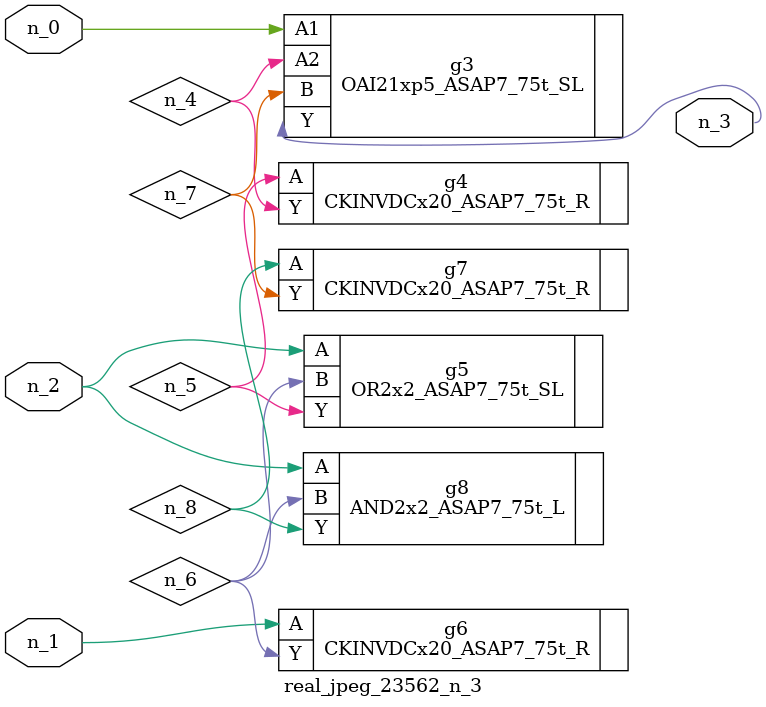
<source format=v>
module real_jpeg_23562_n_3 (n_1, n_0, n_2, n_3);

input n_1;
input n_0;
input n_2;

output n_3;

wire n_5;
wire n_4;
wire n_8;
wire n_6;
wire n_7;

OAI21xp5_ASAP7_75t_SL g3 ( 
.A1(n_0),
.A2(n_4),
.B(n_7),
.Y(n_3)
);

CKINVDCx20_ASAP7_75t_R g6 ( 
.A(n_1),
.Y(n_6)
);

OR2x2_ASAP7_75t_SL g5 ( 
.A(n_2),
.B(n_6),
.Y(n_5)
);

AND2x2_ASAP7_75t_L g8 ( 
.A(n_2),
.B(n_6),
.Y(n_8)
);

CKINVDCx20_ASAP7_75t_R g4 ( 
.A(n_5),
.Y(n_4)
);

CKINVDCx20_ASAP7_75t_R g7 ( 
.A(n_8),
.Y(n_7)
);


endmodule
</source>
